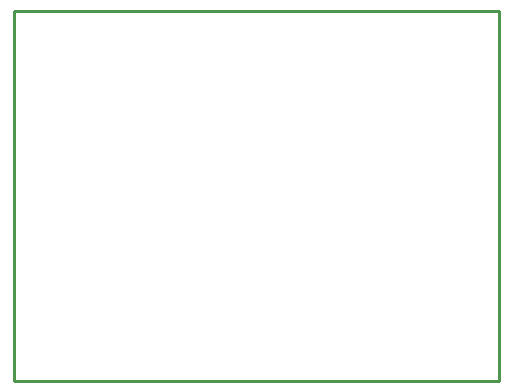
<source format=gbr>
G04 EAGLE Gerber RS-274X export*
G75*
%MOMM*%
%FSLAX34Y34*%
%LPD*%
%IN*%
%IPPOS*%
%AMOC8*
5,1,8,0,0,1.08239X$1,22.5*%
G01*
%ADD10C,0.254000*%


D10*
X0Y0D02*
X410720Y0D01*
X410720Y313590D01*
X0Y313590D01*
X0Y0D01*
M02*

</source>
